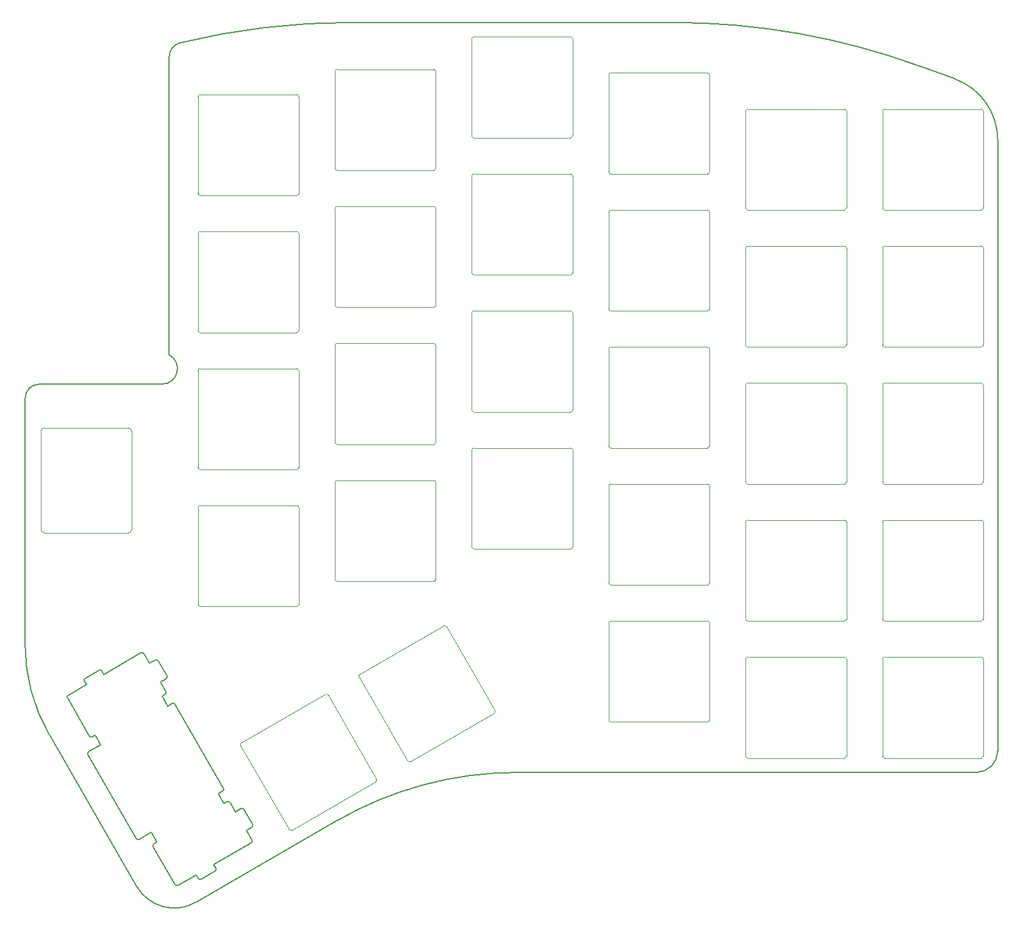
<source format=gbr>
%TF.GenerationSoftware,KiCad,Pcbnew,7.0.5*%
%TF.CreationDate,2023-11-25T23:01:16+09:00*%
%TF.ProjectId,Ultramarine-2_SwitchCover,556c7472-616d-4617-9269-6e652d325f53,rev?*%
%TF.SameCoordinates,Original*%
%TF.FileFunction,Profile,NP*%
%FSLAX46Y46*%
G04 Gerber Fmt 4.6, Leading zero omitted, Abs format (unit mm)*
G04 Created by KiCad (PCBNEW 7.0.5) date 2023-11-25 23:01:16*
%MOMM*%
%LPD*%
G01*
G04 APERTURE LIST*
%TA.AperFunction,Profile*%
%ADD10C,0.200000*%
%TD*%
%TA.AperFunction,Profile*%
%ADD11C,0.100000*%
%TD*%
%TA.AperFunction,Profile*%
%ADD12C,0.050000*%
%TD*%
G04 APERTURE END LIST*
D10*
X88000000Y-88147100D02*
G75*
G03*
X86000000Y-90147091I0J-2000000D01*
G01*
X86000000Y-90147091D02*
X86000000Y-124258330D01*
X105000000Y-88147091D02*
X88000000Y-88147091D01*
D11*
X100800000Y-108300000D02*
X100800000Y-94700000D01*
D10*
X105000000Y-88147107D02*
G75*
G03*
X106000000Y-84100195I0J2147007D01*
G01*
X215078181Y-45844634D02*
X210094542Y-44030738D01*
X221000000Y-139000000D02*
X221000000Y-54301868D01*
X218000000Y-142000000D02*
G75*
G03*
X221000000Y-139000000I0J3000000D01*
G01*
X131107472Y-38000006D02*
G75*
G03*
X107528419Y-40819610I-72J-99999594D01*
G01*
X109696152Y-160000000D02*
X129270527Y-148698730D01*
D11*
X100300000Y-94200000D02*
X88700000Y-94200000D01*
D10*
X154270527Y-141999991D02*
G75*
G03*
X129270527Y-148698730I73J-50000209D01*
G01*
D11*
X100300000Y-108800000D02*
G75*
G03*
X100800000Y-108300000I0J500000D01*
G01*
D10*
X106000000Y-42763218D02*
X106000000Y-84100000D01*
D11*
X88700000Y-94200000D02*
G75*
G03*
X88200000Y-94700000I0J-500000D01*
G01*
D10*
X154270527Y-142000000D02*
X218000000Y-142000000D01*
X101499999Y-157803849D02*
G75*
G03*
X109696152Y-159999999I5196151J2999999D01*
G01*
X175892528Y-38000000D02*
X131107472Y-38000000D01*
X86000009Y-124258330D02*
G75*
G03*
X89349366Y-136758330I24999791J-70D01*
G01*
D11*
X88200000Y-94700000D02*
X88200000Y-108300000D01*
X88700000Y-108800000D02*
X100300000Y-108800000D01*
D10*
X210094545Y-44030730D02*
G75*
G03*
X175892528Y-38000000I-34202045J-93969570D01*
G01*
X221000002Y-54301868D02*
G75*
G03*
X215078181Y-45844634I-8999902J68D01*
G01*
D11*
X100800000Y-94700000D02*
G75*
G03*
X100300000Y-94200000I-500000J0D01*
G01*
X88200000Y-108300000D02*
G75*
G03*
X88700000Y-108800000I500000J0D01*
G01*
D10*
X89349365Y-136758330D02*
X101500000Y-157803848D01*
X107528415Y-40819593D02*
G75*
G03*
X106000000Y-42763218I471585J-1943607D01*
G01*
D12*
%TO.C,REF\u002A\u002A*%
X167000000Y-58700000D02*
X167000000Y-45300000D01*
X167300000Y-45000000D02*
X180700000Y-45000000D01*
X180700000Y-59000000D02*
X167300000Y-59000000D01*
X181000000Y-45300000D02*
X181000000Y-58700000D01*
X167300000Y-45000000D02*
G75*
G03*
X167000000Y-45300000I0J-300000D01*
G01*
X167000000Y-58700000D02*
G75*
G03*
X167300000Y-59000000I300000J0D01*
G01*
X181000000Y-45300000D02*
G75*
G03*
X180700000Y-45000000I-300000J0D01*
G01*
X180700000Y-59000000D02*
G75*
G03*
X181000000Y-58700000I0J300000D01*
G01*
X205000000Y-63700000D02*
X205000000Y-50300000D01*
X205300000Y-50000000D02*
X218700000Y-50000000D01*
X218700000Y-64000000D02*
X205300000Y-64000000D01*
X219000000Y-50300000D02*
X219000000Y-63700000D01*
X205300000Y-50000000D02*
G75*
G03*
X205000000Y-50300000I0J-300000D01*
G01*
X205000000Y-63700000D02*
G75*
G03*
X205300000Y-64000000I300000J0D01*
G01*
X219000000Y-50300000D02*
G75*
G03*
X218700000Y-50000000I-300000J0D01*
G01*
X218700000Y-64000000D02*
G75*
G03*
X219000000Y-63700000I0J300000D01*
G01*
X205000000Y-120700000D02*
X205000000Y-107300000D01*
X205300000Y-107000000D02*
X218700000Y-107000000D01*
X218700000Y-121000000D02*
X205300000Y-121000000D01*
X219000000Y-107300000D02*
X219000000Y-120700000D01*
X205300000Y-107000000D02*
G75*
G03*
X205000000Y-107300000I0J-300000D01*
G01*
X205000000Y-120700000D02*
G75*
G03*
X205300000Y-121000000I300000J0D01*
G01*
X219000000Y-107300000D02*
G75*
G03*
X218700000Y-107000000I-300000J0D01*
G01*
X218700000Y-121000000D02*
G75*
G03*
X219000000Y-120700000I0J300000D01*
G01*
X129000000Y-77200000D02*
X129000000Y-63800000D01*
X129300000Y-63500000D02*
X142700000Y-63500000D01*
X142700000Y-77500000D02*
X129300000Y-77500000D01*
X143000000Y-63800000D02*
X143000000Y-77200000D01*
X129300000Y-63500000D02*
G75*
G03*
X129000000Y-63800000I0J-300000D01*
G01*
X129000000Y-77200000D02*
G75*
G03*
X129300000Y-77500000I300000J0D01*
G01*
X143000000Y-63800000D02*
G75*
G03*
X142700000Y-63500000I-300000J0D01*
G01*
X142700000Y-77500000D02*
G75*
G03*
X143000000Y-77200000I0J300000D01*
G01*
X205000000Y-101700000D02*
X205000000Y-88300000D01*
X205300000Y-88000000D02*
X218700000Y-88000000D01*
X218700000Y-102000000D02*
X205300000Y-102000000D01*
X219000000Y-88300000D02*
X219000000Y-101700000D01*
X205300000Y-88000000D02*
G75*
G03*
X205000000Y-88300000I0J-300000D01*
G01*
X205000000Y-101700000D02*
G75*
G03*
X205300000Y-102000000I300000J0D01*
G01*
X219000000Y-88300000D02*
G75*
G03*
X218700000Y-88000000I-300000J0D01*
G01*
X218700000Y-102000000D02*
G75*
G03*
X219000000Y-101700000I0J300000D01*
G01*
X186000000Y-139700000D02*
X186000000Y-126300000D01*
X186300000Y-126000000D02*
X199700000Y-126000000D01*
X199700000Y-140000000D02*
X186300000Y-140000000D01*
X200000000Y-126300000D02*
X200000000Y-139700000D01*
X186300000Y-126000000D02*
G75*
G03*
X186000000Y-126300000I0J-300000D01*
G01*
X186000000Y-139700000D02*
G75*
G03*
X186300000Y-140000000I300000J0D01*
G01*
X200000000Y-126300000D02*
G75*
G03*
X199700000Y-126000000I-300000J0D01*
G01*
X199700000Y-140000000D02*
G75*
G03*
X200000000Y-139700000I0J300000D01*
G01*
X205000000Y-82700000D02*
X205000000Y-69300000D01*
X205300000Y-69000000D02*
X218700000Y-69000000D01*
X218700000Y-83000000D02*
X205300000Y-83000000D01*
X219000000Y-69300000D02*
X219000000Y-82700000D01*
X205300000Y-69000000D02*
G75*
G03*
X205000000Y-69300000I0J-300000D01*
G01*
X205000000Y-82700000D02*
G75*
G03*
X205300000Y-83000000I300000J0D01*
G01*
X219000000Y-69300000D02*
G75*
G03*
X218700000Y-69000000I-300000J0D01*
G01*
X218700000Y-83000000D02*
G75*
G03*
X219000000Y-82700000I0J300000D01*
G01*
X129000000Y-115200000D02*
X129000000Y-101800000D01*
X129300000Y-101500000D02*
X142700000Y-101500000D01*
X142700000Y-115500000D02*
X129300000Y-115500000D01*
X143000000Y-101800000D02*
X143000000Y-115200000D01*
X129300000Y-101500000D02*
G75*
G03*
X129000000Y-101800000I0J-300000D01*
G01*
X129000000Y-115200000D02*
G75*
G03*
X129300000Y-115500000I300000J0D01*
G01*
X143000000Y-101800000D02*
G75*
G03*
X142700000Y-101500000I-300000J0D01*
G01*
X142700000Y-115500000D02*
G75*
G03*
X143000000Y-115200000I0J300000D01*
G01*
X186000000Y-120700000D02*
X186000000Y-107300000D01*
X186300000Y-107000000D02*
X199700000Y-107000000D01*
X199700000Y-121000000D02*
X186300000Y-121000000D01*
X200000000Y-107300000D02*
X200000000Y-120700000D01*
X186300000Y-107000000D02*
G75*
G03*
X186000000Y-107300000I0J-300000D01*
G01*
X186000000Y-120700000D02*
G75*
G03*
X186300000Y-121000000I300000J0D01*
G01*
X200000000Y-107300000D02*
G75*
G03*
X199700000Y-107000000I-300000J0D01*
G01*
X199700000Y-121000000D02*
G75*
G03*
X200000000Y-120700000I0J300000D01*
G01*
X167000000Y-115700000D02*
X167000000Y-102300000D01*
X167300000Y-102000000D02*
X180700000Y-102000000D01*
X180700000Y-116000000D02*
X167300000Y-116000000D01*
X181000000Y-102300000D02*
X181000000Y-115700000D01*
X167300000Y-102000000D02*
G75*
G03*
X167000000Y-102300000I0J-300000D01*
G01*
X167000000Y-115700000D02*
G75*
G03*
X167300000Y-116000000I300000J0D01*
G01*
X181000000Y-102300000D02*
G75*
G03*
X180700000Y-102000000I-300000J0D01*
G01*
X180700000Y-116000000D02*
G75*
G03*
X181000000Y-115700000I0J300000D01*
G01*
X139073822Y-140383370D02*
X132373822Y-128778630D01*
X132483630Y-128368822D02*
X144088370Y-121668822D01*
X151088370Y-133793178D02*
X139483630Y-140493178D01*
X144498178Y-121778630D02*
X151198178Y-133383370D01*
X132483630Y-128368822D02*
G75*
G03*
X132373822Y-128778630I150000J-259808D01*
G01*
X139073822Y-140383370D02*
G75*
G03*
X139483630Y-140493178I259808J150000D01*
G01*
X144498178Y-121778630D02*
G75*
G03*
X144088370Y-121668822I-259808J-150000D01*
G01*
X151088370Y-133793178D02*
G75*
G03*
X151198178Y-133383370I-150000J259808D01*
G01*
X148000000Y-110700000D02*
X148000000Y-97300000D01*
X148300000Y-97000000D02*
X161700000Y-97000000D01*
X161700000Y-111000000D02*
X148300000Y-111000000D01*
X162000000Y-97300000D02*
X162000000Y-110700000D01*
X148300000Y-97000000D02*
G75*
G03*
X148000000Y-97300000I0J-300000D01*
G01*
X148000000Y-110700000D02*
G75*
G03*
X148300000Y-111000000I300000J0D01*
G01*
X162000000Y-97300000D02*
G75*
G03*
X161700000Y-97000000I-300000J0D01*
G01*
X161700000Y-111000000D02*
G75*
G03*
X162000000Y-110700000I0J300000D01*
G01*
X110000000Y-118700000D02*
X110000000Y-105300000D01*
X110300000Y-105000000D02*
X123700000Y-105000000D01*
X123700000Y-119000000D02*
X110300000Y-119000000D01*
X124000000Y-105300000D02*
X124000000Y-118700000D01*
X110300000Y-105000000D02*
G75*
G03*
X110000000Y-105300000I0J-300000D01*
G01*
X110000000Y-118700000D02*
G75*
G03*
X110300000Y-119000000I300000J0D01*
G01*
X124000000Y-105300000D02*
G75*
G03*
X123700000Y-105000000I-300000J0D01*
G01*
X123700000Y-119000000D02*
G75*
G03*
X124000000Y-118700000I0J300000D01*
G01*
X122618822Y-149883370D02*
X115918822Y-138278630D01*
X116028630Y-137868822D02*
X127633370Y-131168822D01*
X134633370Y-143293178D02*
X123028630Y-149993178D01*
X128043178Y-131278630D02*
X134743178Y-142883370D01*
X116028630Y-137868822D02*
G75*
G03*
X115918822Y-138278630I150000J-259808D01*
G01*
X122618822Y-149883370D02*
G75*
G03*
X123028630Y-149993178I259808J150000D01*
G01*
X128043178Y-131278630D02*
G75*
G03*
X127633370Y-131168822I-259808J-150000D01*
G01*
X134633370Y-143293178D02*
G75*
G03*
X134743178Y-142883370I-150000J259808D01*
G01*
D10*
X112350205Y-155697009D02*
X110444949Y-156797009D01*
X110035142Y-156687201D02*
X109747642Y-156189237D01*
X109747642Y-156189237D02*
X107210187Y-157654237D01*
X112172513Y-154789237D02*
X112460013Y-155287201D01*
X117342684Y-151804237D02*
X112172513Y-154789237D01*
X106800380Y-157544429D02*
X103775380Y-152304975D01*
X116689992Y-150073740D02*
X117452492Y-151394429D01*
X117469415Y-149623740D02*
X116689992Y-150073740D01*
X116379222Y-147135472D02*
X117579222Y-149213933D01*
X115189992Y-147475664D02*
X115969415Y-147025664D01*
X114427492Y-146154975D02*
X115189992Y-147475664D01*
X103885187Y-151895168D02*
X104318200Y-151645168D01*
X104318200Y-151645168D02*
X103530700Y-150281178D01*
X113584672Y-146295168D02*
X114017684Y-146045168D01*
X103530700Y-150281178D02*
X101824630Y-151266178D01*
X112797172Y-144931178D02*
X113584672Y-146295168D01*
X113429370Y-144566178D02*
X112797172Y-144931178D01*
X101414822Y-151156370D02*
X94714822Y-139551630D01*
X106839178Y-132551630D02*
X113539178Y-144156370D01*
X94824630Y-139141822D02*
X96530700Y-138156822D01*
X96530700Y-138156822D02*
X95743200Y-136792832D01*
X105797172Y-132806822D02*
X106429370Y-132441822D01*
X95743200Y-136792832D02*
X95310187Y-137042832D01*
X105009672Y-131442832D02*
X105797172Y-132806822D01*
X105442684Y-131192832D02*
X105009672Y-131442832D01*
X94900380Y-136933025D02*
X91875380Y-131693571D01*
X104789992Y-129462336D02*
X105552492Y-130783025D01*
X105569415Y-129012336D02*
X104789992Y-129462336D01*
X104479222Y-126524067D02*
X105679222Y-128602528D01*
X103289992Y-126864260D02*
X104069415Y-126414260D01*
X102527492Y-125543571D02*
X103289992Y-126864260D01*
X91985187Y-131283763D02*
X94522642Y-129818763D01*
X94522642Y-129818763D02*
X94235142Y-129320799D01*
X96947513Y-128418763D02*
X102117684Y-125433763D01*
X96660013Y-127920799D02*
X96947513Y-128418763D01*
X94344949Y-128910991D02*
X96250205Y-127810991D01*
X110035142Y-156687201D02*
G75*
G03*
X110444949Y-156797009I259807J150000D01*
G01*
X112350205Y-155697009D02*
G75*
G03*
X112460013Y-155287201I-150000J259808D01*
G01*
X106800380Y-157544429D02*
G75*
G03*
X107210187Y-157654237I259807J150000D01*
G01*
X117342684Y-151804237D02*
G75*
G03*
X117452492Y-151394429I-150000J259808D01*
G01*
X117469415Y-149623740D02*
G75*
G03*
X117579222Y-149213933I-150000J259807D01*
G01*
X116379222Y-147135472D02*
G75*
G03*
X115969415Y-147025664I-259807J-150000D01*
G01*
X103885187Y-151895168D02*
G75*
G03*
X103775380Y-152304975I150000J-259807D01*
G01*
X114427491Y-146154976D02*
G75*
G03*
X114017684Y-146045168I-259807J-149999D01*
G01*
X101414822Y-151156370D02*
G75*
G03*
X101824630Y-151266178I259808J150000D01*
G01*
X113429370Y-144566178D02*
G75*
G03*
X113539178Y-144156370I-150000J259808D01*
G01*
X94824630Y-139141822D02*
G75*
G03*
X94714822Y-139551630I150000J-259808D01*
G01*
X106839178Y-132551630D02*
G75*
G03*
X106429370Y-132441822I-259808J-150000D01*
G01*
X94900380Y-136933025D02*
G75*
G03*
X95310187Y-137042832I259807J150000D01*
G01*
X105442684Y-131192832D02*
G75*
G03*
X105552492Y-130783025I-150000J259807D01*
G01*
X105569414Y-129012335D02*
G75*
G03*
X105679222Y-128602528I-149999J259807D01*
G01*
X104479222Y-126524067D02*
G75*
G03*
X104069415Y-126414260I-259807J-150000D01*
G01*
X91985188Y-131283764D02*
G75*
G03*
X91875380Y-131693571I149999J-259807D01*
G01*
X102527492Y-125543571D02*
G75*
G03*
X102117684Y-125433763I-259808J-150000D01*
G01*
X94344950Y-128910992D02*
G75*
G03*
X94235142Y-129320799I149999J-259807D01*
G01*
X96660013Y-127920799D02*
G75*
G03*
X96250205Y-127810991I-259808J-150000D01*
G01*
D12*
X167000000Y-134700000D02*
X167000000Y-121300000D01*
X167300000Y-121000000D02*
X180700000Y-121000000D01*
X180700000Y-135000000D02*
X167300000Y-135000000D01*
X181000000Y-121300000D02*
X181000000Y-134700000D01*
X167300000Y-121000000D02*
G75*
G03*
X167000000Y-121300000I0J-300000D01*
G01*
X167000000Y-134700000D02*
G75*
G03*
X167300000Y-135000000I300000J0D01*
G01*
X181000000Y-121300000D02*
G75*
G03*
X180700000Y-121000000I-300000J0D01*
G01*
X180700000Y-135000000D02*
G75*
G03*
X181000000Y-134700000I0J300000D01*
G01*
X110000000Y-99700000D02*
X110000000Y-86300000D01*
X110300000Y-86000000D02*
X123700000Y-86000000D01*
X123700000Y-100000000D02*
X110300000Y-100000000D01*
X124000000Y-86300000D02*
X124000000Y-99700000D01*
X110300000Y-86000000D02*
G75*
G03*
X110000000Y-86300000I0J-300000D01*
G01*
X110000000Y-99700000D02*
G75*
G03*
X110300000Y-100000000I300000J0D01*
G01*
X124000000Y-86300000D02*
G75*
G03*
X123700000Y-86000000I-300000J0D01*
G01*
X123700000Y-100000000D02*
G75*
G03*
X124000000Y-99700000I0J300000D01*
G01*
X167000000Y-96700000D02*
X167000000Y-83300000D01*
X167300000Y-83000000D02*
X180700000Y-83000000D01*
X180700000Y-97000000D02*
X167300000Y-97000000D01*
X181000000Y-83300000D02*
X181000000Y-96700000D01*
X167300000Y-83000000D02*
G75*
G03*
X167000000Y-83300000I0J-300000D01*
G01*
X167000000Y-96700000D02*
G75*
G03*
X167300000Y-97000000I300000J0D01*
G01*
X181000000Y-83300000D02*
G75*
G03*
X180700000Y-83000000I-300000J0D01*
G01*
X180700000Y-97000000D02*
G75*
G03*
X181000000Y-96700000I0J300000D01*
G01*
X167000000Y-77700000D02*
X167000000Y-64300000D01*
X167300000Y-64000000D02*
X180700000Y-64000000D01*
X180700000Y-78000000D02*
X167300000Y-78000000D01*
X181000000Y-64300000D02*
X181000000Y-77700000D01*
X167300000Y-64000000D02*
G75*
G03*
X167000000Y-64300000I0J-300000D01*
G01*
X167000000Y-77700000D02*
G75*
G03*
X167300000Y-78000000I300000J0D01*
G01*
X181000000Y-64300000D02*
G75*
G03*
X180700000Y-64000000I-300000J0D01*
G01*
X180700000Y-78000000D02*
G75*
G03*
X181000000Y-77700000I0J300000D01*
G01*
X129000000Y-58200000D02*
X129000000Y-44800000D01*
X129300000Y-44500000D02*
X142700000Y-44500000D01*
X142700000Y-58500000D02*
X129300000Y-58500000D01*
X143000000Y-44800000D02*
X143000000Y-58200000D01*
X129300000Y-44500000D02*
G75*
G03*
X129000000Y-44800000I0J-300000D01*
G01*
X129000000Y-58200000D02*
G75*
G03*
X129300000Y-58500000I300000J0D01*
G01*
X143000000Y-44800000D02*
G75*
G03*
X142700000Y-44500000I-300000J0D01*
G01*
X142700000Y-58500000D02*
G75*
G03*
X143000000Y-58200000I0J300000D01*
G01*
X129000000Y-96200000D02*
X129000000Y-82800000D01*
X129300000Y-82500000D02*
X142700000Y-82500000D01*
X142700000Y-96500000D02*
X129300000Y-96500000D01*
X143000000Y-82800000D02*
X143000000Y-96200000D01*
X129300000Y-82500000D02*
G75*
G03*
X129000000Y-82800000I0J-300000D01*
G01*
X129000000Y-96200000D02*
G75*
G03*
X129300000Y-96500000I300000J0D01*
G01*
X143000000Y-82800000D02*
G75*
G03*
X142700000Y-82500000I-300000J0D01*
G01*
X142700000Y-96500000D02*
G75*
G03*
X143000000Y-96200000I0J300000D01*
G01*
X205000000Y-139700000D02*
X205000000Y-126300000D01*
X205300000Y-126000000D02*
X218700000Y-126000000D01*
X218700000Y-140000000D02*
X205300000Y-140000000D01*
X219000000Y-126300000D02*
X219000000Y-139700000D01*
X205300000Y-126000000D02*
G75*
G03*
X205000000Y-126300000I0J-300000D01*
G01*
X205000000Y-139700000D02*
G75*
G03*
X205300000Y-140000000I300000J0D01*
G01*
X219000000Y-126300000D02*
G75*
G03*
X218700000Y-126000000I-300000J0D01*
G01*
X218700000Y-140000000D02*
G75*
G03*
X219000000Y-139700000I0J300000D01*
G01*
X200000000Y-63700000D02*
X200000000Y-50300000D01*
X199700000Y-50000000D02*
X186300000Y-50000000D01*
X186300000Y-64000000D02*
X199700000Y-64000000D01*
X186000000Y-50300000D02*
X186000000Y-63700000D01*
X199700000Y-64000000D02*
G75*
G03*
X200000000Y-63700000I0J300000D01*
G01*
X200000000Y-50300000D02*
G75*
G03*
X199700000Y-50000000I-300000J0D01*
G01*
X186000000Y-63700000D02*
G75*
G03*
X186300000Y-64000000I300000J0D01*
G01*
X186300000Y-50000000D02*
G75*
G03*
X186000000Y-50300000I0J-300000D01*
G01*
X200000000Y-101700000D02*
X200000000Y-88300000D01*
X199700000Y-88000000D02*
X186300000Y-88000000D01*
X186300000Y-102000000D02*
X199700000Y-102000000D01*
X186000000Y-88300000D02*
X186000000Y-101700000D01*
X199700000Y-102000000D02*
G75*
G03*
X200000000Y-101700000I0J300000D01*
G01*
X200000000Y-88300000D02*
G75*
G03*
X199700000Y-88000000I-300000J0D01*
G01*
X186000000Y-101700000D02*
G75*
G03*
X186300000Y-102000000I300000J0D01*
G01*
X186300000Y-88000000D02*
G75*
G03*
X186000000Y-88300000I0J-300000D01*
G01*
X124000000Y-61700000D02*
X124000000Y-48300000D01*
X123700000Y-48000000D02*
X110300000Y-48000000D01*
X110300000Y-62000000D02*
X123700000Y-62000000D01*
X110000000Y-48300000D02*
X110000000Y-61700000D01*
X123700000Y-62000000D02*
G75*
G03*
X124000000Y-61700000I0J300000D01*
G01*
X124000000Y-48300000D02*
G75*
G03*
X123700000Y-48000000I-300000J0D01*
G01*
X110000000Y-61700000D02*
G75*
G03*
X110300000Y-62000000I300000J0D01*
G01*
X110300000Y-48000000D02*
G75*
G03*
X110000000Y-48300000I0J-300000D01*
G01*
X162000000Y-53700000D02*
X162000000Y-40300000D01*
X161700000Y-40000000D02*
X148300000Y-40000000D01*
X148300000Y-54000000D02*
X161700000Y-54000000D01*
X148000000Y-40300000D02*
X148000000Y-53700000D01*
X161700000Y-54000000D02*
G75*
G03*
X162000000Y-53700000I0J300000D01*
G01*
X162000000Y-40300000D02*
G75*
G03*
X161700000Y-40000000I-300000J0D01*
G01*
X148000000Y-53700000D02*
G75*
G03*
X148300000Y-54000000I300000J0D01*
G01*
X148300000Y-40000000D02*
G75*
G03*
X148000000Y-40300000I0J-300000D01*
G01*
X200000000Y-82700000D02*
X200000000Y-69300000D01*
X199700000Y-69000000D02*
X186300000Y-69000000D01*
X186300000Y-83000000D02*
X199700000Y-83000000D01*
X186000000Y-69300000D02*
X186000000Y-82700000D01*
X199700000Y-83000000D02*
G75*
G03*
X200000000Y-82700000I0J300000D01*
G01*
X200000000Y-69300000D02*
G75*
G03*
X199700000Y-69000000I-300000J0D01*
G01*
X186000000Y-82700000D02*
G75*
G03*
X186300000Y-83000000I300000J0D01*
G01*
X186300000Y-69000000D02*
G75*
G03*
X186000000Y-69300000I0J-300000D01*
G01*
X162000000Y-91700000D02*
X162000000Y-78300000D01*
X161700000Y-78000000D02*
X148300000Y-78000000D01*
X148300000Y-92000000D02*
X161700000Y-92000000D01*
X148000000Y-78300000D02*
X148000000Y-91700000D01*
X161700000Y-92000000D02*
G75*
G03*
X162000000Y-91700000I0J300000D01*
G01*
X162000000Y-78300000D02*
G75*
G03*
X161700000Y-78000000I-300000J0D01*
G01*
X148000000Y-91700000D02*
G75*
G03*
X148300000Y-92000000I300000J0D01*
G01*
X148300000Y-78000000D02*
G75*
G03*
X148000000Y-78300000I0J-300000D01*
G01*
X162000000Y-72700000D02*
X162000000Y-59300000D01*
X161700000Y-59000000D02*
X148300000Y-59000000D01*
X148300000Y-73000000D02*
X161700000Y-73000000D01*
X148000000Y-59300000D02*
X148000000Y-72700000D01*
X161700000Y-73000000D02*
G75*
G03*
X162000000Y-72700000I0J300000D01*
G01*
X162000000Y-59300000D02*
G75*
G03*
X161700000Y-59000000I-300000J0D01*
G01*
X148000000Y-72700000D02*
G75*
G03*
X148300000Y-73000000I300000J0D01*
G01*
X148300000Y-59000000D02*
G75*
G03*
X148000000Y-59300000I0J-300000D01*
G01*
X124000000Y-80700000D02*
X124000000Y-67300000D01*
X123700000Y-67000000D02*
X110300000Y-67000000D01*
X110300000Y-81000000D02*
X123700000Y-81000000D01*
X110000000Y-67300000D02*
X110000000Y-80700000D01*
X123700000Y-81000000D02*
G75*
G03*
X124000000Y-80700000I0J300000D01*
G01*
X124000000Y-67300000D02*
G75*
G03*
X123700000Y-67000000I-300000J0D01*
G01*
X110000000Y-80700000D02*
G75*
G03*
X110300000Y-81000000I300000J0D01*
G01*
X110300000Y-67000000D02*
G75*
G03*
X110000000Y-67300000I0J-300000D01*
G01*
%TD*%
M02*

</source>
